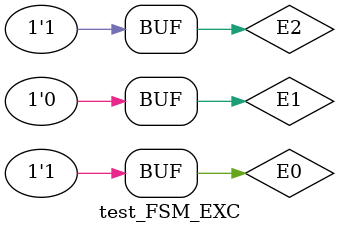
<source format=v>
`timescale 1ns/1ps

/* módulo de teste para a rom */
module test_FSM_EXC;
    reg E0;
    reg E1;
    reg E2;
    wire NEW_E0;
    wire NEW_E1;
    wire NEW_E2;
	
	// instância da Unit Under Test
	FSM_EXC uut(
        .E0(E0),
        .E1(E1),
        .E2(E2),
        .NEW_E0(NEW_E0),
        .NEW_E1(NEW_E1),
        .NEW_E2(NEW_E2)
	);
	
	// testa os produtos X*Y para diversos valores de X e Y
	initial begin
        // estado S0
        E0 = 1'b0; E1 = 1'b0; E2 = 1'b0;
		$monitor ("S0 = %B%B%B, S_NEW = %B%B%B", E0, E1, E2, NEW_E0, NEW_E1, NEW_E2);
		#100;

        E0 = 1'b0; E1 = 1'b0; E2 = 1'b1;
		$monitor ("S1 = %B%B%B, S_NEW = %B%B%B", E0, E1, E2, NEW_E0, NEW_E1, NEW_E2);
		#100;

        E0 = 1'b0; E1 = 1'b1; E2 = 1'b0;
		$monitor ("S2 = %B%B%B, S_NEW = %B%B%B", E0, E1, E2, NEW_E0, NEW_E1, NEW_E2);
		#100;

        E0 = 1'b0; E1 = 1'b0; E2 = 1'b1;
		$monitor ("S3 = %B%B%B, S_NEW = %B%B%B", E0, E1, E2, NEW_E0, NEW_E1, NEW_E2);
		#100;

        E0 = 1'b1; E1 = 1'b0; E2 = 1'b0;
		$monitor ("S4 = %B%B%B, S_NEW = %B%B%B", E0, E1, E2, NEW_E0, NEW_E1, NEW_E2);
		#100;

        E0 = 1'b1; E1 = 1'b0; E2 = 1'b1;
		$monitor ("S5 = %B%B%B, S_NEW = %B%B%B", E0, E1, E2, NEW_E0, NEW_E1, NEW_E2);
		#100;
	end
endmodule

</source>
